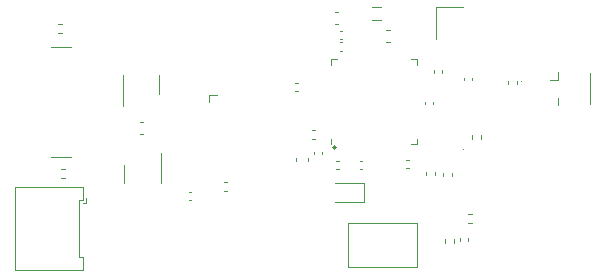
<source format=gbr>
%TF.GenerationSoftware,KiCad,Pcbnew,7.0.8*%
%TF.CreationDate,2024-01-29T14:11:28+05:30*%
%TF.ProjectId,stm32_ble,73746d33-325f-4626-9c65-2e6b69636164,Version : 1*%
%TF.SameCoordinates,PX6eac850PY632ea00*%
%TF.FileFunction,Legend,Top*%
%TF.FilePolarity,Positive*%
%FSLAX46Y46*%
G04 Gerber Fmt 4.6, Leading zero omitted, Abs format (unit mm)*
G04 Created by KiCad (PCBNEW 7.0.8) date 2024-01-29 14:11:28*
%MOMM*%
%LPD*%
G01*
G04 APERTURE LIST*
%ADD10C,0.200000*%
%ADD11C,0.100000*%
%ADD12C,0.120000*%
G04 APERTURE END LIST*
D10*
X27970000Y12320000D02*
G75*
G03*
X27970000Y12320000I-136015J0D01*
G01*
D11*
%TO.C,FL1*%
X43678569Y17920000D02*
G75*
G03*
X43678569Y17920000I-56569J0D01*
G01*
D12*
%TO.C,SW1*%
X34825000Y2180000D02*
X29025000Y2180000D01*
X34825000Y5880000D02*
X34825000Y2180000D01*
X29025000Y2180000D02*
X29025000Y5880000D01*
X29025000Y5880000D02*
X34825000Y5880000D01*
%TO.C,C1*%
X26830000Y11967836D02*
X26830000Y11752164D01*
X26110000Y11967836D02*
X26110000Y11752164D01*
%TO.C,C7*%
X25630000Y11445580D02*
X25630000Y11164420D01*
X24610000Y11445580D02*
X24610000Y11164420D01*
%TO.C,J3*%
X3810000Y20850000D02*
X5510000Y20850000D01*
X3810000Y11510000D02*
X5510000Y11510000D01*
%TO.C,J1*%
X46760000Y18705000D02*
X46760000Y18065000D01*
X46760000Y18065000D02*
X46130000Y18065000D01*
X46760000Y15905000D02*
X46760000Y16545000D01*
X49480000Y18655000D02*
X49480000Y15955000D01*
%TO.C,C11*%
X32229420Y22275000D02*
X32510580Y22275000D01*
X32229420Y21255000D02*
X32510580Y21255000D01*
%TO.C,R6*%
X35590000Y9956359D02*
X35590000Y10263641D01*
X36350000Y9956359D02*
X36350000Y10263641D01*
%TO.C,C2*%
X36230000Y16187836D02*
X36230000Y15972164D01*
X35510000Y16187836D02*
X35510000Y15972164D01*
%TO.C,L2*%
X31020378Y24225000D02*
X31819622Y24225000D01*
X31020378Y23105000D02*
X31819622Y23105000D01*
%TO.C,J2*%
X17234000Y16775000D02*
X17869000Y16775000D01*
X17234000Y16140000D02*
X17234000Y16775000D01*
%TO.C,R8*%
X40290000Y13373641D02*
X40290000Y13066359D01*
X39530000Y13373641D02*
X39530000Y13066359D01*
D11*
%TO.C,D1*%
X38760000Y12135000D02*
G75*
G03*
X38760000Y12135000I-50000J0D01*
G01*
D12*
%TO.C,C18*%
X11635580Y13420000D02*
X11354420Y13420000D01*
X11635580Y14440000D02*
X11354420Y14440000D01*
%TO.C,R7*%
X37040000Y9886359D02*
X37040000Y10193641D01*
X37800000Y9886359D02*
X37800000Y10193641D01*
%TO.C,C16*%
X18527164Y9370000D02*
X18742836Y9370000D01*
X18527164Y8650000D02*
X18742836Y8650000D01*
%TO.C,C19*%
X15512164Y8570000D02*
X15727836Y8570000D01*
X15512164Y7850000D02*
X15727836Y7850000D01*
%TO.C,C15*%
X42560000Y17692164D02*
X42560000Y17907836D01*
X43280000Y17692164D02*
X43280000Y17907836D01*
%TO.C,U3*%
X13130000Y10067500D02*
X13130000Y11867500D01*
X13130000Y10067500D02*
X13130000Y9267500D01*
X10010000Y10067500D02*
X10010000Y10867500D01*
X10010000Y10067500D02*
X10010000Y9267500D01*
%TO.C,R3*%
X4763641Y22000000D02*
X4456359Y22000000D01*
X4763641Y22760000D02*
X4456359Y22760000D01*
%TO.C,C4*%
X26197836Y13070000D02*
X25982164Y13070000D01*
X26197836Y13790000D02*
X25982164Y13790000D01*
%TO.C,X2*%
X38720000Y24180000D02*
X36420000Y24180000D01*
X36420000Y24180000D02*
X36420000Y21480000D01*
%TO.C,C17*%
X39180000Y4612836D02*
X39180000Y4397164D01*
X38460000Y4612836D02*
X38460000Y4397164D01*
%TO.C,C8*%
X28497836Y21470000D02*
X28282164Y21470000D01*
X28497836Y22190000D02*
X28282164Y22190000D01*
%TO.C,C10*%
X28185580Y22770000D02*
X27904420Y22770000D01*
X28185580Y23790000D02*
X27904420Y23790000D01*
%TO.C,R4*%
X5013641Y9700000D02*
X4706359Y9700000D01*
X5013641Y10460000D02*
X4706359Y10460000D01*
%TO.C,C14*%
X38810000Y17997164D02*
X38810000Y18212836D01*
X39530000Y17997164D02*
X39530000Y18212836D01*
%TO.C,U1*%
X34810000Y12590000D02*
X34335000Y12590000D01*
X27590000Y13065000D02*
X27590000Y12590000D01*
X34810000Y13065000D02*
X34810000Y12590000D01*
X27590000Y19335000D02*
X27590000Y19810000D01*
X34810000Y19335000D02*
X34810000Y19810000D01*
X27590000Y19810000D02*
X28065000Y19810000D01*
X34810000Y19810000D02*
X34335000Y19810000D01*
%TO.C,C6*%
X24747836Y17070000D02*
X24532164Y17070000D01*
X24747836Y17790000D02*
X24532164Y17790000D01*
%TO.C,C5*%
X33932164Y11290000D02*
X34147836Y11290000D01*
X33932164Y10570000D02*
X34147836Y10570000D01*
%TO.C,U2*%
X9910000Y17667500D02*
X9910000Y15867500D01*
X9910000Y17667500D02*
X9910000Y18467500D01*
X13030000Y17667500D02*
X13030000Y16867500D01*
X13030000Y17667500D02*
X13030000Y18467500D01*
%TO.C,C3*%
X28497836Y20520000D02*
X28282164Y20520000D01*
X28497836Y21240000D02*
X28282164Y21240000D01*
%TO.C,R5*%
X38000000Y4573641D02*
X38000000Y4266359D01*
X37240000Y4573641D02*
X37240000Y4266359D01*
%TO.C,X1*%
X30320000Y7730000D02*
X30320000Y9330000D01*
X30320000Y9330000D02*
X27920000Y9330000D01*
X27920000Y7730000D02*
X30320000Y7730000D01*
%TO.C,C12*%
X29992164Y11190000D02*
X30207836Y11190000D01*
X29992164Y10470000D02*
X30207836Y10470000D01*
%TO.C,C9*%
X36975000Y18837836D02*
X36975000Y18622164D01*
X36255000Y18837836D02*
X36255000Y18622164D01*
%TO.C,J4*%
X6530000Y8940000D02*
X810000Y8940000D01*
X810000Y8940000D02*
X810000Y5455000D01*
X6530000Y7870000D02*
X6530000Y8940000D01*
X6230000Y7870000D02*
X6530000Y7870000D01*
X6820000Y7580000D02*
X6820000Y8080000D01*
X6520000Y7580000D02*
X6820000Y7580000D01*
X6230000Y5455000D02*
X6230000Y7870000D01*
X6230000Y5455000D02*
X6230000Y3040000D01*
X6530000Y3040000D02*
X6530000Y1970000D01*
X6230000Y3040000D02*
X6530000Y3040000D01*
X6530000Y1970000D02*
X810000Y1970000D01*
X810000Y1970000D02*
X810000Y5455000D01*
%TO.C,C13*%
X28207836Y10470000D02*
X27992164Y10470000D01*
X28207836Y11190000D02*
X27992164Y11190000D01*
%TO.C,R2*%
X39156359Y6710000D02*
X39463641Y6710000D01*
X39156359Y5950000D02*
X39463641Y5950000D01*
%TD*%
M02*

</source>
